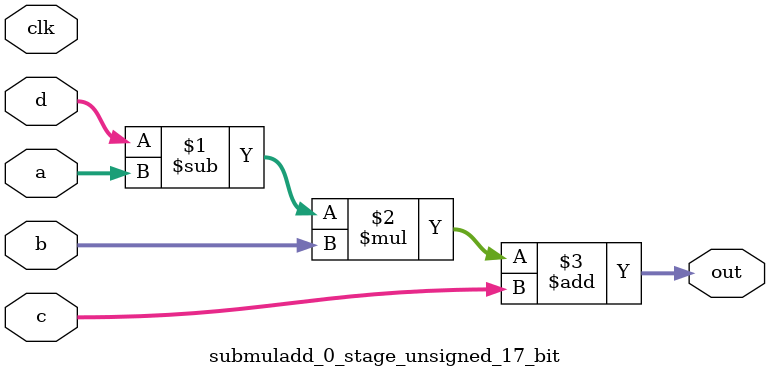
<source format=sv>
(* use_dsp = "yes" *) module submuladd_0_stage_unsigned_17_bit(
	input  [16:0] a,
	input  [16:0] b,
	input  [16:0] c,
	input  [16:0] d,
	output [16:0] out,
	input clk);

	assign out = ((d - a) * b) + c;
endmodule

</source>
